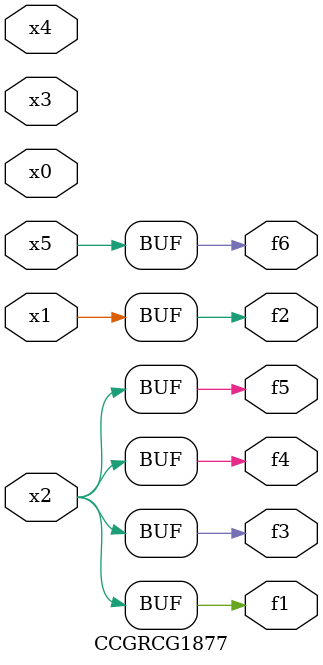
<source format=v>
module CCGRCG1877(
	input x0, x1, x2, x3, x4, x5,
	output f1, f2, f3, f4, f5, f6
);
	assign f1 = x2;
	assign f2 = x1;
	assign f3 = x2;
	assign f4 = x2;
	assign f5 = x2;
	assign f6 = x5;
endmodule

</source>
